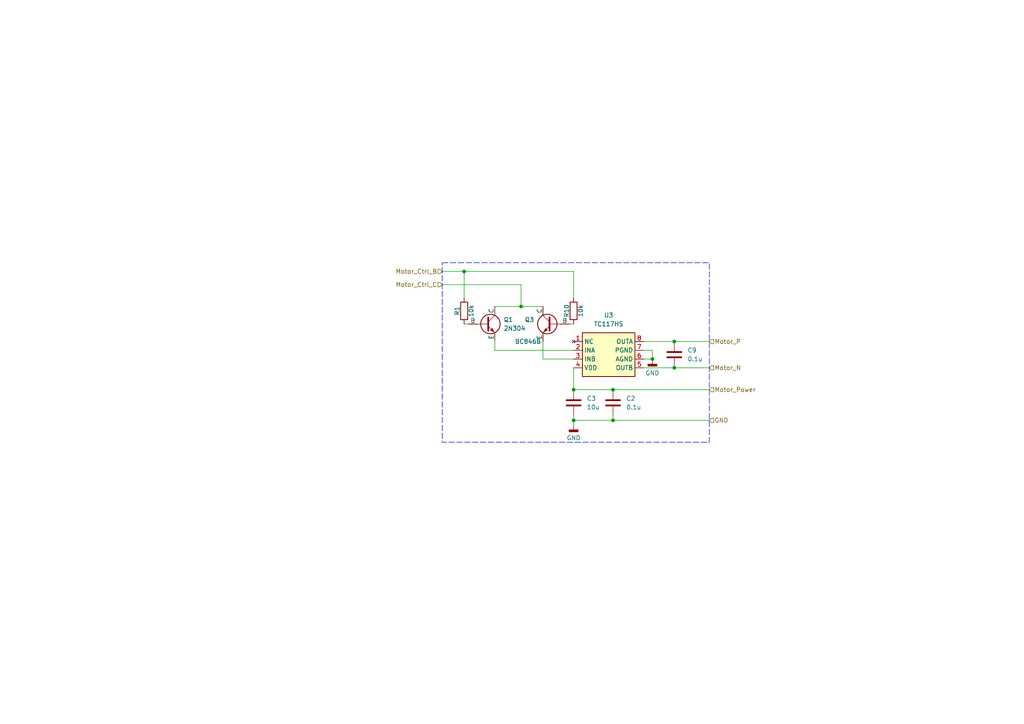
<source format=kicad_sch>
(kicad_sch (version 20231120) (generator "eeschema") (generator_version "8.0")
  (paper "A4")
  (title_block (title "IntelliHomie Roboplatform. DC motor control schematics.") (date "2024-03-24") (rev "V0.1") (company "kozak-yakym") (comment 1 "Designed by kozak-yakym."))
  (lib_symbols
    (symbol "Device:C" (pin_numbers hide) (pin_names (offset 0.254))
      (property "Reference" "C" (at 0.635 2.54 0))
      (property "Value" "C" (at 0.635 -2.54 0))
      (symbol "C_0_1"
        (polyline (pts (xy -2.032 -0.762) (xy 2.032 -0.762)) (stroke (width 0.508)))
        (polyline (pts (xy -2.032 0.762) (xy 2.032 0.762)) (stroke (width 0.508)))
      )
      (symbol "C_1_1"
        (pin passive line (at 0 3.81 270) (length 2.794) (name "~") (number "1"))
        (pin passive line (at 0 -3.81 90) (length 2.794) (name "~") (number "2"))
      )
    )
    (symbol "Device:R" (pin_numbers hide) (pin_names (offset 0))
      (property "Reference" "R" (at 2.032 0 90))
      (property "Value" "R" (at 0 0 90))
      (symbol "R_0_1"
        (rectangle (start -1.016 -2.54) (end 1.016 2.54) (stroke (width 0.254)))
      )
      (symbol "R_1_1"
        (pin passive line (at 0 3.81 270) (length 1.27) (name "~") (number "1"))
        (pin passive line (at 0 -3.81 90) (length 1.27) (name "~") (number "2"))
      )
    )
    (symbol "Roboplatform:TC117HS"
      (property "Reference" "U" (at -6.35 6.35 0))
      (property "Value" "TC117HS" (at 8.89 6.35 0))
      (symbol "TC117HS_0_1"
        (rectangle (start -7.62 5.08) (end 7.62 -7.62) (stroke (width 0.254)) (fill (type background)))
      )
      (symbol "TC117HS_1_1"
        (pin no_connect line (at -10.16 2.54 0) (length 2.54) (name "NC") (number "1"))
        (pin input line (at -10.16 0 0) (length 2.54) (name "INA") (number "2"))
        (pin input line (at -10.16 -2.54 0) (length 2.54) (name "INB") (number "3"))
        (pin power_in line (at -10.16 -5.08 0) (length 2.54) (name "VDD") (number "4"))
        (pin output line (at 10.16 -5.08 180) (length 2.54) (name "OUTB") (number "5"))
        (pin passive line (at 10.16 -2.54 180) (length 2.54) (name "AGND") (number "6"))
        (pin passive line (at 10.16 0 180) (length 2.54) (name "PGND") (number "7"))
        (pin output line (at 10.16 2.54 180) (length 2.54) (name "OUTA") (number "8"))
      )
    )
    (symbol "Simulation_SPICE:NPN" (pin_numbers hide) (pin_names (offset 0))
      (property "Reference" "Q" (at -2.54 7.62 0))
      (property "Value" "NPN" (at -2.54 5.08 0))
      (symbol "NPN_0_1"
        (polyline (pts (xy -2.54 0) (xy 0.635 0)) (stroke (width 0.1524)))
        (polyline (pts (xy 0.635 0.635) (xy 2.54 2.54)))
        (polyline (pts (xy 2.794 -1.27) (xy 2.794 -1.27)) (stroke (width 0.1524)))
        (polyline (pts (xy 2.794 -1.27) (xy 2.794 -1.27)) (stroke (width 0.1524)))
        (polyline (pts (xy 0.635 -0.635) (xy 2.54 -2.54) (xy 2.54 -2.54)))
        (polyline (pts (xy 0.635 1.905) (xy 0.635 -1.905) (xy 0.635 -1.905)) (stroke (width 0.508)))
        (polyline (pts (xy 1.27 -1.778) (xy 1.778 -1.27) (xy 2.286 -2.286) (xy 1.27 -1.778) (xy 1.27 -1.778)) (fill (type outline)))
        (circle (center 1.27 0) (radius 2.8194) (stroke (width 0.254)))
      )
      (symbol "NPN_1_1"
        (pin open_collector line (at 2.54 5.08 270) (length 2.54) (name "C") (number "1"))
        (pin input line (at -5.08 0 0) (length 2.54) (name "B") (number "2"))
        (pin open_emitter line (at 2.54 -5.08 90) (length 2.54) (name "E") (number "3"))
      )
    )
    (symbol "power:GNDD" (power) (pin_numbers hide) (pin_names (offset 0) hide)
      (property "Value" "GNDD" (at 0 -3.175 0))
      (symbol "GNDD_0_1"
        (rectangle (start -1.27 -1.524) (end 1.27 -2.032) (stroke (width 0.254)) (fill (type outline)))
        (polyline (pts (xy 0 0) (xy 0 -1.524)))
      )
      (symbol "GNDD_1_1"
        (pin power_in line (at 0 0 270) (length 0) (name "~") (number "1"))
      )
    )
  )
  (junction (at 134.62 78.74))
  (junction (at 151.13 88.9))
  (junction (at 166.37 113.03))
  (junction (at 189.23 104.14))
  (junction (at 177.8 121.92))
  (junction (at 166.37 121.92))
  (junction (at 195.58 99.06))
  (junction (at 177.8 113.03))
  (junction (at 195.58 106.68))
  (wire (pts (xy 177.8 121.92) (xy 205.74 121.92)))
  (wire (pts (xy 189.23 101.6) (xy 189.23 104.14)))
  (wire (pts (xy 151.13 88.9) (xy 157.48 88.9)))
  (wire (pts (xy 143.51 88.9) (xy 151.13 88.9)))
  (wire (pts (xy 195.58 106.68) (xy 205.74 106.68)))
  (wire (pts (xy 128.27 78.74) (xy 134.62 78.74)))
  (wire (pts (xy 165.1 93.98) (xy 166.37 93.98)))
  (wire (pts (xy 186.69 101.6) (xy 189.23 101.6)))
  (wire (pts (xy 151.13 82.55) (xy 151.13 88.9)))
  (wire (pts (xy 177.8 120.65) (xy 177.8 121.92)))
  (wire (pts (xy 134.62 93.98) (xy 135.89 93.98)))
  (wire (pts (xy 166.37 86.36) (xy 166.37 78.74)))
  (wire (pts (xy 166.37 104.14) (xy 157.48 104.14)))
  (wire (pts (xy 195.58 99.06) (xy 205.74 99.06)))
  (wire (pts (xy 186.69 106.68) (xy 195.58 106.68)))
  (wire (pts (xy 143.51 101.6) (xy 143.51 99.06)))
  (wire (pts (xy 166.37 120.65) (xy 166.37 121.92)))
  (wire (pts (xy 134.62 78.74) (xy 166.37 78.74)))
  (wire (pts (xy 166.37 106.68) (xy 166.37 113.03)))
  (wire (pts (xy 128.27 82.55) (xy 151.13 82.55)))
  (wire (pts (xy 166.37 113.03) (xy 177.8 113.03)))
  (wire (pts (xy 186.69 104.14) (xy 189.23 104.14)))
  (wire (pts (xy 166.37 101.6) (xy 143.51 101.6)))
  (wire (pts (xy 157.48 104.14) (xy 157.48 99.06)))
  (wire (pts (xy 166.37 121.92) (xy 177.8 121.92)))
  (wire (pts (xy 177.8 113.03) (xy 205.74 113.03)))
  (wire (pts (xy 186.69 99.06) (xy 195.58 99.06)))
  (wire (pts (xy 134.62 78.74) (xy 134.62 86.36)))
  (wire (pts (xy 166.37 121.92) (xy 166.37 123.19)))
  (rectangle (start 128.27 76.2) (end 205.74 128.27) (stroke (width 0) (type dash)))
  (hierarchical_label "Motor_Ctrl_B" (shape input) (at 128.27 78.74 180))
  (hierarchical_label "Motor_P" (shape input) (at 205.74 99.06 0))
  (hierarchical_label "Motor_Power" (shape input) (at 205.74 113.03 0))
  (hierarchical_label "GND" (shape input) (at 205.74 121.92 0))
  (hierarchical_label "Motor_Ctrl_C" (shape input) (at 128.27 82.55 180))
  (hierarchical_label "Motor_N" (shape input) (at 205.74 106.68 0))
  (symbol (lib_id "Device:C") (at 166.37 116.84 180) (unit 1)
    (property "Reference" "C3" (at 170.18 115.5699 0) (effects (justify right)))
    (property "Value" "10u" (at 170.18 118.1099 0) (effects (justify right)))
    (property "Footprint" "Capacitor_SMD:C_0603_1608Metric" (effects (hide yes)))
    (property "Description" "Unpolarized capacitor" (effects (hide yes)))
    (instances (project "intellihomie-roboplatform" (path "" (reference "C3") (unit 1)) (path "" (reference "C4") (unit 1))))
  )
  (symbol (lib_id "power:GNDD") (at 166.37 123.19 0) (unit 1)
    (property "Reference" "#PWR014" (effects (hide yes)))
    (property "Value" "GND" (at 166.37 127 0))
    (property "Description" "Power symbol creates a global label with name \"GNDD\" , digital ground" (effects (hide yes)))
    (instances (project "intellihomie-roboplatform" (path "" (reference "#PWR014") (unit 1)) (path "" (reference "#PWR021") (unit 1))))
  )
  (symbol (lib_id "Device:R") (at 166.37 90.17 180) (unit 1)
    (property "Reference" "R10" (at 164.338 90.17 90))
    (property "Value" "10k" (at 168.402 90.17 90))
    (property "Footprint" "Resistor_SMD:R_0603_1608Metric" (effects (hide yes)))
    (property "Description" "Resistor" (effects (hide yes)))
    (instances (project "intellihomie-roboplatform" (path "" (reference "R10") (unit 1)) (path "" (reference "R11") (unit 1))))
  )
  (symbol (lib_id "Device:R") (at 134.62 90.17 180) (unit 1)
    (property "Reference" "R1" (at 132.588 90.17 90))
    (property "Value" "10k" (at 136.652 90.17 90))
    (property "Footprint" "Resistor_SMD:R_0603_1608Metric" (effects (hide yes)))
    (property "Description" "Resistor" (effects (hide yes)))
    (instances (project "intellihomie-roboplatform" (path "" (reference "R1") (unit 1)) (path "" (reference "R9") (unit 1))))
  )
  (symbol (lib_id "Roboplatform:TC117HS") (at 176.53 101.6 0) (unit 1)
    (property "Reference" "U3" (at 176.53 91.44 0))
    (property "Value" "TC117HS" (at 176.53 93.98 0))
    (property "Footprint" "Package_SO:Texas_HTSOP-8-1EP_3.9x4.9mm_P1.27mm_EP2.95x4.9mm_Mask2.4x3.1mm_ThermalVias" (effects (hide yes)))
    (property "Datasheet" "http://www.ti.com/lit/ds/symlink/drv8872.pdf" (effects (hide yes)))
    (property "Description" "Brushed DC Motor Driver, PWM Control, 45V, 3.6A, Current limiting, Fault Reporting, HTSOP-8" (effects (hide yes)))
    (instances (project "intellihomie-roboplatform" (path "" (reference "U3") (unit 1)) (path "" (reference "U4") (unit 1))))
  )
  (symbol (lib_id "Device:C") (at 177.8 116.84 180) (unit 1)
    (property "Reference" "C2" (at 181.61 115.5699 0) (effects (justify right)))
    (property "Value" "0.1u" (at 181.61 118.1099 0) (effects (justify right)))
    (property "Footprint" "Capacitor_SMD:C_0603_1608Metric" (effects (hide yes)))
    (property "Description" "Unpolarized capacitor" (effects (hide yes)))
    (instances (project "intellihomie-roboplatform" (path "" (reference "C2") (unit 1)) (path "" (reference "C5") (unit 1))))
  )
  (symbol (lib_id "Device:C") (at 195.58 102.87 180) (unit 1)
    (property "Reference" "C9" (at 199.39 101.6 0) (effects (justify right)))
    (property "Value" "0.1u" (at 199.39 104.14 0) (effects (justify right)))
    (property "Footprint" "Capacitor_SMD:C_0603_1608Metric" (effects (hide yes)))
    (property "Description" "Unpolarized capacitor" (effects (hide yes)))
    (instances (project "intellihomie-roboplatform" (path "" (reference "C9") (unit 1)) (path "" (reference "C10") (unit 1))))
  )
  (symbol (lib_id "power:GNDD") (at 189.23 104.14 0) (unit 1)
    (property "Reference" "#PWR013" (effects (hide yes)))
    (property "Value" "GND" (at 191.262 108.204 0) (effects (justify right)))
    (property "Description" "Power symbol creates a global label with name \"GNDD\" , digital ground" (effects (hide yes)))
    (instances (project "intellihomie-roboplatform" (path "" (reference "#PWR013") (unit 1)) (path "" (reference "#PWR023") (unit 1))))
  )
  (symbol (lib_id "Simulation_SPICE:NPN") (at 160.02 93.98 0) (mirror y) (unit 1)
    (property "Reference" "Q3" (at 154.94 92.7099 0) (effects (justify left)))
    (property "Value" "BC846B" (at 156.972 99.06 0) (effects (justify left)))
    (property "Datasheet" "https://ngspice.sourceforge.io/docs/ngspice-html-manual/manual.xhtml#cha_BJTs" (effects (hide yes)))
    (property "Description" "Bipolar transistor symbol for simulation only, substrate tied to the emitter" (effects (hide yes)))
    (property "Sim.Device" "NPN" (effects (hide yes)))
    (property "Sim.Type" "GUMMELPOON" (effects (hide yes)))
    (property "Sim.Pins" "1=C 2=B 3=E" (effects (hide yes)))
    (instances (project "intellihomie-roboplatform" (path "" (reference "Q3") (unit 1)) (path "" (reference "Q4") (unit 1))))
  )
  (symbol (lib_id "Simulation_SPICE:NPN") (at 140.97 93.98 0) (unit 1)
    (property "Reference" "Q1" (at 146.05 92.7099 0) (effects (justify left)))
    (property "Value" "2N304" (at 146.05 95.2499 0) (effects (justify left)))
    (property "Datasheet" "https://ngspice.sourceforge.io/docs/ngspice-html-manual/manual.xhtml#cha_BJTs" (effects (hide yes)))
    (property "Description" "Bipolar transistor symbol for simulation only, substrate tied to the emitter" (effects (hide yes)))
    (property "Sim.Device" "NPN" (effects (hide yes)))
    (property "Sim.Type" "GUMMELPOON" (effects (hide yes)))
    (property "Sim.Pins" "1=C 2=B 3=E" (effects (hide yes)))
    (instances (project "intellihomie-roboplatform" (path "" (reference "Q1") (unit 1)) (path "" (reference "Q2") (unit 1))))
  )
)
</source>
